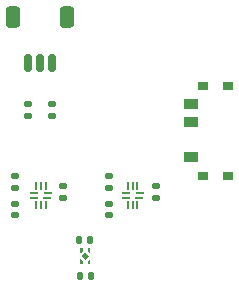
<source format=gbr>
%TF.GenerationSoftware,KiCad,Pcbnew,9.0.3*%
%TF.CreationDate,2025-08-15T19:30:48-04:00*%
%TF.ProjectId,M.2-to-Serial-RPI-3P-Debug-UART,4d2e322d-746f-42d5-9365-7269616c2d52,rev?*%
%TF.SameCoordinates,Original*%
%TF.FileFunction,Paste,Top*%
%TF.FilePolarity,Positive*%
%FSLAX46Y46*%
G04 Gerber Fmt 4.6, Leading zero omitted, Abs format (unit mm)*
G04 Created by KiCad (PCBNEW 9.0.3) date 2025-08-15 19:30:48*
%MOMM*%
%LPD*%
G01*
G04 APERTURE LIST*
G04 Aperture macros list*
%AMRoundRect*
0 Rectangle with rounded corners*
0 $1 Rounding radius*
0 $2 $3 $4 $5 $6 $7 $8 $9 X,Y pos of 4 corners*
0 Add a 4 corners polygon primitive as box body*
4,1,4,$2,$3,$4,$5,$6,$7,$8,$9,$2,$3,0*
0 Add four circle primitives for the rounded corners*
1,1,$1+$1,$2,$3*
1,1,$1+$1,$4,$5*
1,1,$1+$1,$6,$7*
1,1,$1+$1,$8,$9*
0 Add four rect primitives between the rounded corners*
20,1,$1+$1,$2,$3,$4,$5,0*
20,1,$1+$1,$4,$5,$6,$7,0*
20,1,$1+$1,$6,$7,$8,$9,0*
20,1,$1+$1,$8,$9,$2,$3,0*%
G04 Aperture macros list end*
%ADD10C,0.000000*%
%ADD11RoundRect,0.140000X0.140000X0.170000X-0.140000X0.170000X-0.140000X-0.170000X0.140000X-0.170000X0*%
%ADD12RoundRect,0.135000X0.185000X-0.135000X0.185000X0.135000X-0.185000X0.135000X-0.185000X-0.135000X0*%
%ADD13RoundRect,0.140000X0.170000X-0.140000X0.170000X0.140000X-0.170000X0.140000X-0.170000X-0.140000X0*%
%ADD14RoundRect,0.150000X0.150000X0.625000X-0.150000X0.625000X-0.150000X-0.625000X0.150000X-0.625000X0*%
%ADD15RoundRect,0.250000X0.350000X0.650000X-0.350000X0.650000X-0.350000X-0.650000X0.350000X-0.650000X0*%
%ADD16RoundRect,0.135000X-0.185000X0.135000X-0.185000X-0.135000X0.185000X-0.135000X0.185000X0.135000X0*%
%ADD17RoundRect,0.050000X0.300000X-0.050000X0.300000X0.050000X-0.300000X0.050000X-0.300000X-0.050000X0*%
%ADD18RoundRect,0.050000X0.250000X-0.050000X0.250000X0.050000X-0.250000X0.050000X-0.250000X-0.050000X0*%
%ADD19RoundRect,0.050000X0.050000X0.250000X-0.050000X0.250000X-0.050000X-0.250000X0.050000X-0.250000X0*%
%ADD20RoundRect,0.140000X-0.170000X0.140000X-0.170000X-0.140000X0.170000X-0.140000X0.170000X0.140000X0*%
%ADD21R,1.250000X0.900000*%
%ADD22R,0.900000X0.800000*%
G04 APERTURE END LIST*
D10*
%TO.C,U3*%
G36*
X129918198Y-134565000D02*
G01*
X129600000Y-134883198D01*
X129281802Y-134565000D01*
X129600000Y-134246802D01*
X129918198Y-134565000D01*
G37*
G36*
X129380000Y-134135000D02*
G01*
X129200000Y-134315000D01*
X129170000Y-134315000D01*
X129170000Y-133915000D01*
X129380000Y-133915000D01*
X129380000Y-134135000D01*
G37*
G36*
X129380000Y-134995000D02*
G01*
X129380000Y-135215000D01*
X129170000Y-135215000D01*
X129170000Y-134815000D01*
X129200000Y-134815000D01*
X129380000Y-134995000D01*
G37*
G36*
X130030000Y-134315000D02*
G01*
X130000000Y-134315000D01*
X129820000Y-134135000D01*
X129820000Y-133915000D01*
X130030000Y-133915000D01*
X130030000Y-134315000D01*
G37*
G36*
X130030000Y-135215000D02*
G01*
X129820000Y-135215000D01*
X129820000Y-134995000D01*
X130000000Y-134815000D01*
X130030000Y-134815000D01*
X130030000Y-135215000D01*
G37*
%TD*%
D11*
%TO.C,C6*%
X129990000Y-133240000D03*
X129030000Y-133240000D03*
%TD*%
%TO.C,C5*%
X130080000Y-136205000D03*
X129120000Y-136205000D03*
%TD*%
D12*
%TO.C,R1*%
X126760000Y-122685000D03*
X126760000Y-121665000D03*
%TD*%
D13*
%TO.C,C1*%
X123675000Y-128760000D03*
X123675000Y-127800000D03*
%TD*%
D14*
%TO.C,J2*%
X126760000Y-118220000D03*
X125760000Y-118220000D03*
X124760000Y-118220000D03*
D15*
X128060000Y-114345000D03*
X123460000Y-114345000D03*
%TD*%
D12*
%TO.C,R4*%
X135605000Y-129655000D03*
X135605000Y-128635000D03*
%TD*%
D16*
%TO.C,R2*%
X124760000Y-121665000D03*
X124760000Y-122685000D03*
%TD*%
D17*
%TO.C,U1*%
X126380000Y-129645000D03*
D18*
X126430000Y-129245000D03*
D19*
X126230000Y-128645000D03*
X125830000Y-128645000D03*
X125430000Y-128645000D03*
D18*
X125230000Y-129245000D03*
X125230000Y-129645000D03*
D19*
X125430000Y-130245000D03*
X125830000Y-130245000D03*
X126230000Y-130245000D03*
%TD*%
D13*
%TO.C,C3*%
X131610000Y-128775000D03*
X131610000Y-127815000D03*
%TD*%
D17*
%TO.C,U2*%
X134165000Y-129655000D03*
D18*
X134215000Y-129255000D03*
D19*
X134015000Y-128655000D03*
X133615000Y-128655000D03*
X133215000Y-128655000D03*
D18*
X133015000Y-129255000D03*
X133015000Y-129655000D03*
D19*
X133215000Y-130255000D03*
X133615000Y-130255000D03*
X134015000Y-130255000D03*
%TD*%
D20*
%TO.C,C4*%
X131610000Y-130135000D03*
X131610000Y-131095000D03*
%TD*%
%TO.C,C2*%
X123675000Y-130130000D03*
X123675000Y-131090000D03*
%TD*%
D21*
%TO.C,SW1*%
X138572500Y-126195000D03*
X138572500Y-123195000D03*
X138572500Y-121695000D03*
D22*
X139597500Y-127745000D03*
X141697500Y-127745000D03*
X139597500Y-120145000D03*
X141697500Y-120145000D03*
%TD*%
D12*
%TO.C,R3*%
X127730000Y-129645000D03*
X127730000Y-128625000D03*
%TD*%
M02*

</source>
